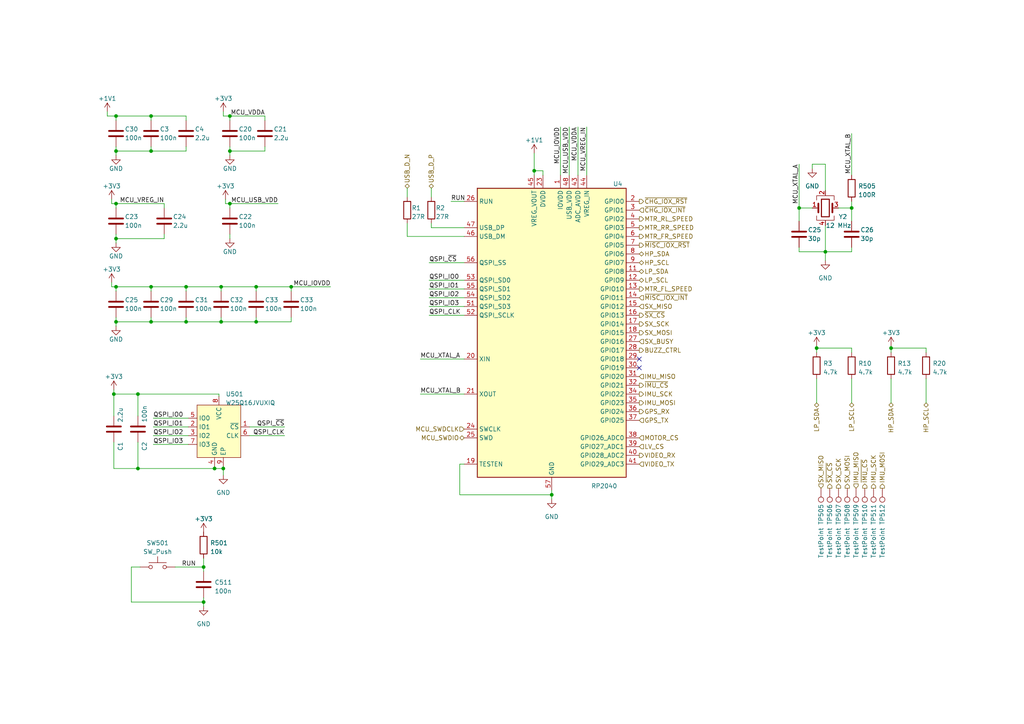
<source format=kicad_sch>
(kicad_sch (version 20230121) (generator eeschema)
  (paper "A4")
  (lib_symbols
    (symbol "Capstone:W25Q16JVUXIQ"
      (property "Reference" "U" (at 0 11.43 0))
      (property "Value" "W25Q16JVUXIQ" (at 5.08 -6.35 0))
      (symbol "W25Q16JVUXIQ_1_1"
        (rectangle (start -10.16 10.16) (end 2.54 -5.08) (fill (type background)))
        (pin input line (at 5.08 3.81 180) (length 2.54) (name "~{CS}") (number "1"))
        (pin bidirectional line (at -12.7 3.81 0) (length 2.54) (name "IO1") (number "2"))
        (pin bidirectional line (at -12.7 1.27 0) (length 2.54) (name "IO2") (number "3"))
        (pin power_in line (at -5.08 -7.62 90) (length 2.54) (name "GND") (number "4"))
        (pin bidirectional line (at -12.7 6.35 0) (length 2.54) (name "IO0") (number "5"))
        (pin input line (at 5.08 1.27 180) (length 2.54) (name "CLK") (number "6"))
        (pin bidirectional line (at -12.7 -1.27 0) (length 2.54) (name "IO3") (number "7"))
        (pin power_in line (at -3.81 12.7 270) (length 2.54) (name "VCC") (number "8"))
        (pin power_in line (at -2.54 -7.62 90) (length 2.54) (name "EP") (number "9"))
      )
    )
    (symbol "Connector:TestPoint" (pin_numbers hide) (pin_names (offset 0.762) hide)
      (property "Reference" "TP" (at 0 6.858 0))
      (property "Value" "TestPoint" (at 0 5.08 0))
      (symbol "TestPoint_0_1"
        (circle (center 0 3.302) (radius 0.762))
      )
      (symbol "TestPoint_1_1"
        (pin passive line (at 0 0 90) (length 2.54) (name "1") (number "1"))
      )
    )
    (symbol "Device:C" (pin_numbers hide) (pin_names (offset 0.254))
      (property "Reference" "C" (at 0.635 2.54 0))
      (property "Value" "C" (at 0.635 -2.54 0))
      (symbol "C_0_1"
        (polyline (pts (xy -2.032 -0.762) (xy 2.032 -0.762)) (stroke (width 0.508)))
        (polyline (pts (xy -2.032 0.762) (xy 2.032 0.762)) (stroke (width 0.508)))
      )
      (symbol "C_1_1"
        (pin passive line (at 0 3.81 270) (length 2.794) (name "~") (number "1"))
        (pin passive line (at 0 -3.81 90) (length 2.794) (name "~") (number "2"))
      )
    )
    (symbol "Device:Crystal_GND24" (pin_names (offset 1.016) hide)
      (property "Reference" "Y" (at 3.175 5.08 0))
      (property "Value" "Crystal_GND24" (at 3.175 3.175 0))
      (symbol "Crystal_GND24_0_1"
        (rectangle (start -1.143 2.54) (end 1.143 -2.54) (stroke (width 0.3048)))
        (polyline (pts (xy -2.54 0) (xy -2.032 0)))
        (polyline (pts (xy -2.032 -1.27) (xy -2.032 1.27)) (stroke (width 0.508)))
        (polyline (pts (xy 0 -3.81) (xy 0 -3.556)))
        (polyline (pts (xy 0 3.556) (xy 0 3.81)))
        (polyline (pts (xy 2.032 -1.27) (xy 2.032 1.27)) (stroke (width 0.508)))
        (polyline (pts (xy 2.032 0) (xy 2.54 0)))
        (polyline (pts (xy -2.54 -2.286) (xy -2.54 -3.556) (xy 2.54 -3.556) (xy 2.54 -2.286)))
        (polyline (pts (xy -2.54 2.286) (xy -2.54 3.556) (xy 2.54 3.556) (xy 2.54 2.286)))
      )
      (symbol "Crystal_GND24_1_1"
        (pin passive line (at -3.81 0 0) (length 1.27) (name "1") (number "1"))
        (pin passive line (at 0 5.08 270) (length 1.27) (name "2") (number "2"))
        (pin passive line (at 3.81 0 180) (length 1.27) (name "3") (number "3"))
        (pin passive line (at 0 -5.08 90) (length 1.27) (name "4") (number "4"))
      )
    )
    (symbol "Device:R" (pin_numbers hide) (pin_names (offset 0))
      (property "Reference" "R" (at 2.032 0 90))
      (property "Value" "R" (at 0 0 90))
      (symbol "R_0_1"
        (rectangle (start -1.016 -2.54) (end 1.016 2.54) (stroke (width 0.254)))
      )
      (symbol "R_1_1"
        (pin passive line (at 0 3.81 270) (length 1.27) (name "~") (number "1"))
        (pin passive line (at 0 -3.81 90) (length 1.27) (name "~") (number "2"))
      )
    )
    (symbol "MCU_RaspberryPi:RP2040"
      (property "Reference" "U" (at 17.78 45.72 0))
      (property "Value" "RP2040" (at 17.78 43.18 0))
      (symbol "RP2040_0_1"
        (rectangle (start -21.59 41.91) (end 21.59 -41.91) (stroke (width 0.254)) (fill (type background)))
      )
      (symbol "RP2040_1_1"
        (pin power_in line (at 2.54 45.72 270) (length 3.81) (name "IOVDD") (number "1"))
        (pin passive line (at 2.54 45.72 270) (length 3.81) hide (name "IOVDD") (number "10"))
        (pin bidirectional line (at 25.4 17.78 180) (length 3.81) (name "GPIO8") (number "11"))
        (pin bidirectional line (at 25.4 15.24 180) (length 3.81) (name "GPIO9") (number "12"))
        (pin bidirectional line (at 25.4 12.7 180) (length 3.81) (name "GPIO10") (number "13"))
        (pin bidirectional line (at 25.4 10.16 180) (length 3.81) (name "GPIO11") (number "14"))
        (pin bidirectional line (at 25.4 7.62 180) (length 3.81) (name "GPIO12") (number "15"))
        (pin bidirectional line (at 25.4 5.08 180) (length 3.81) (name "GPIO13") (number "16"))
        (pin bidirectional line (at 25.4 2.54 180) (length 3.81) (name "GPIO14") (number "17"))
        (pin bidirectional line (at 25.4 0 180) (length 3.81) (name "GPIO15") (number "18"))
        (pin input line (at -25.4 -38.1 0) (length 3.81) (name "TESTEN") (number "19"))
        (pin bidirectional line (at 25.4 38.1 180) (length 3.81) (name "GPIO0") (number "2"))
        (pin input line (at -25.4 -7.62 0) (length 3.81) (name "XIN") (number "20"))
        (pin passive line (at -25.4 -17.78 0) (length 3.81) (name "XOUT") (number "21"))
        (pin passive line (at 2.54 45.72 270) (length 3.81) hide (name "IOVDD") (number "22"))
        (pin power_in line (at -2.54 45.72 270) (length 3.81) (name "DVDD") (number "23"))
        (pin input line (at -25.4 -27.94 0) (length 3.81) (name "SWCLK") (number "24"))
        (pin bidirectional line (at -25.4 -30.48 0) (length 3.81) (name "SWD") (number "25"))
        (pin input line (at -25.4 38.1 0) (length 3.81) (name "RUN") (number "26"))
        (pin bidirectional line (at 25.4 -2.54 180) (length 3.81) (name "GPIO16") (number "27"))
        (pin bidirectional line (at 25.4 -5.08 180) (length 3.81) (name "GPIO17") (number "28"))
        (pin bidirectional line (at 25.4 -7.62 180) (length 3.81) (name "GPIO18") (number "29"))
        (pin bidirectional line (at 25.4 35.56 180) (length 3.81) (name "GPIO1") (number "3"))
        (pin bidirectional line (at 25.4 -10.16 180) (length 3.81) (name "GPIO19") (number "30"))
        (pin bidirectional line (at 25.4 -12.7 180) (length 3.81) (name "GPIO20") (number "31"))
        (pin bidirectional line (at 25.4 -15.24 180) (length 3.81) (name "GPIO21") (number "32"))
        (pin passive line (at 2.54 45.72 270) (length 3.81) hide (name "IOVDD") (number "33"))
        (pin bidirectional line (at 25.4 -17.78 180) (length 3.81) (name "GPIO22") (number "34"))
        (pin bidirectional line (at 25.4 -20.32 180) (length 3.81) (name "GPIO23") (number "35"))
        (pin bidirectional line (at 25.4 -22.86 180) (length 3.81) (name "GPIO24") (number "36"))
        (pin bidirectional line (at 25.4 -25.4 180) (length 3.81) (name "GPIO25") (number "37"))
        (pin bidirectional line (at 25.4 -30.48 180) (length 3.81) (name "GPIO26_ADC0") (number "38"))
        (pin bidirectional line (at 25.4 -33.02 180) (length 3.81) (name "GPIO27_ADC1") (number "39"))
        (pin bidirectional line (at 25.4 33.02 180) (length 3.81) (name "GPIO2") (number "4"))
        (pin bidirectional line (at 25.4 -35.56 180) (length 3.81) (name "GPIO28_ADC2") (number "40"))
        (pin bidirectional line (at 25.4 -38.1 180) (length 3.81) (name "GPIO29_ADC3") (number "41"))
        (pin passive line (at 2.54 45.72 270) (length 3.81) hide (name "IOVDD") (number "42"))
        (pin power_in line (at 7.62 45.72 270) (length 3.81) (name "ADC_AVDD") (number "43"))
        (pin power_in line (at 10.16 45.72 270) (length 3.81) (name "VREG_IN") (number "44"))
        (pin power_out line (at -5.08 45.72 270) (length 3.81) (name "VREG_VOUT") (number "45"))
        (pin bidirectional line (at -25.4 27.94 0) (length 3.81) (name "USB_DM") (number "46"))
        (pin bidirectional line (at -25.4 30.48 0) (length 3.81) (name "USB_DP") (number "47"))
        (pin power_in line (at 5.08 45.72 270) (length 3.81) (name "USB_VDD") (number "48"))
        (pin passive line (at 2.54 45.72 270) (length 3.81) hide (name "IOVDD") (number "49"))
        (pin bidirectional line (at 25.4 30.48 180) (length 3.81) (name "GPIO3") (number "5"))
        (pin passive line (at -2.54 45.72 270) (length 3.81) hide (name "DVDD") (number "50"))
        (pin bidirectional line (at -25.4 7.62 0) (length 3.81) (name "QSPI_SD3") (number "51"))
        (pin output line (at -25.4 5.08 0) (length 3.81) (name "QSPI_SCLK") (number "52"))
        (pin bidirectional line (at -25.4 15.24 0) (length 3.81) (name "QSPI_SD0") (number "53"))
        (pin bidirectional line (at -25.4 10.16 0) (length 3.81) (name "QSPI_SD2") (number "54"))
        (pin bidirectional line (at -25.4 12.7 0) (length 3.81) (name "QSPI_SD1") (number "55"))
        (pin bidirectional line (at -25.4 20.32 0) (length 3.81) (name "QSPI_SS") (number "56"))
        (pin power_in line (at 0 -45.72 90) (length 3.81) (name "GND") (number "57"))
        (pin bidirectional line (at 25.4 27.94 180) (length 3.81) (name "GPIO4") (number "6"))
        (pin bidirectional line (at 25.4 25.4 180) (length 3.81) (name "GPIO5") (number "7"))
        (pin bidirectional line (at 25.4 22.86 180) (length 3.81) (name "GPIO6") (number "8"))
        (pin bidirectional line (at 25.4 20.32 180) (length 3.81) (name "GPIO7") (number "9"))
      )
    )
    (symbol "Switch:SW_Push" (pin_numbers hide) (pin_names (offset 1.016) hide)
      (property "Reference" "SW" (at 1.27 2.54 0))
      (property "Value" "SW_Push" (at 0 -1.524 0))
      (symbol "SW_Push_0_1"
        (circle (center -2.032 0) (radius 0.508))
        (polyline (pts (xy 0 1.27) (xy 0 3.048)))
        (polyline (pts (xy 2.54 1.27) (xy -2.54 1.27)))
        (circle (center 2.032 0) (radius 0.508))
        (pin passive line (at -5.08 0 0) (length 2.54) (name "1") (number "1"))
        (pin passive line (at 5.08 0 180) (length 2.54) (name "2") (number "2"))
      )
    )
    (symbol "power:+1V1" (power) (pin_names (offset 0))
      (property "Value" "+1V1" (at 0 3.556 0))
      (symbol "+1V1_0_1"
        (polyline (pts (xy -0.762 1.27) (xy 0 2.54)))
        (polyline (pts (xy 0 0) (xy 0 2.54)))
        (polyline (pts (xy 0 2.54) (xy 0.762 1.27)))
      )
      (symbol "+1V1_1_1"
        (pin power_in line (at 0 0 90) (length 0) hide (name "+1V1") (number "1"))
      )
    )
    (symbol "power:+3V3" (power) (pin_names (offset 0))
      (property "Value" "+3V3" (at 0 3.556 0))
      (symbol "+3V3_0_1"
        (polyline (pts (xy -0.762 1.27) (xy 0 2.54)))
        (polyline (pts (xy 0 0) (xy 0 2.54)))
        (polyline (pts (xy 0 2.54) (xy 0.762 1.27)))
      )
      (symbol "+3V3_1_1"
        (pin power_in line (at 0 0 90) (length 0) hide (name "+3V3") (number "1"))
      )
    )
    (symbol "power:GND" (power) (pin_names (offset 0))
      (property "Value" "GND" (at 0 -3.81 0))
      (symbol "GND_0_1"
        (polyline (pts (xy 0 0) (xy 0 -1.27) (xy 1.27 -1.27) (xy 0 -2.54) (xy -1.27 -1.27) (xy 0 -1.27)))
      )
      (symbol "GND_1_1"
        (pin power_in line (at 0 0 270) (length 0) hide (name "GND") (number "1"))
      )
    )
  )
  (junction (at 247.015 60.325))
  (junction (at 33.655 33.655))
  (junction (at 64.135 93.345))
  (junction (at 236.855 100.965))
  (junction (at 66.675 43.815))
  (junction (at 59.055 164.465))
  (junction (at 74.295 83.185))
  (junction (at 33.655 93.345))
  (junction (at 74.295 93.345))
  (junction (at 239.395 73.025))
  (junction (at 66.675 33.655))
  (junction (at 66.675 59.055))
  (junction (at 33.02 114.3))
  (junction (at 84.455 83.185))
  (junction (at 33.655 43.815))
  (junction (at 40.005 135.89))
  (junction (at 53.975 83.185))
  (junction (at 231.775 60.325))
  (junction (at 53.975 93.345))
  (junction (at 59.055 174.625))
  (junction (at 64.77 135.89))
  (junction (at 160.02 143.51))
  (junction (at 62.23 135.89))
  (junction (at 43.815 43.815))
  (junction (at 33.655 83.185))
  (junction (at 258.445 100.965))
  (junction (at 33.655 59.055))
  (junction (at 154.94 49.53))
  (junction (at 43.815 83.185))
  (junction (at 40.005 114.3))
  (junction (at 43.815 93.345))
  (junction (at 33.655 69.215))
  (junction (at 43.815 33.655))
  (junction (at 64.135 83.185))
  (no_connect (at 185.42 106.68))
  (no_connect (at 185.42 104.14))
  (wire (pts (xy 64.77 135.255) (xy 64.77 135.89)))
  (wire (pts (xy 72.39 123.825) (xy 82.55 123.825)))
  (wire (pts (xy 167.64 36.83) (xy 167.64 50.8)))
  (wire (pts (xy 63.5 114.3) (xy 63.5 114.935)))
  (wire (pts (xy 32.385 81.915) (xy 32.385 83.185)))
  (wire (pts (xy 53.975 93.345) (xy 64.135 93.345)))
  (wire (pts (xy 66.675 43.815) (xy 66.675 45.085)))
  (wire (pts (xy 33.655 59.055) (xy 33.655 60.325)))
  (wire (pts (xy 66.675 33.655) (xy 66.675 34.925)))
  (wire (pts (xy 33.655 69.215) (xy 33.655 67.945)))
  (wire (pts (xy 124.46 83.82) (xy 134.62 83.82)))
  (wire (pts (xy 247.015 100.965) (xy 247.015 102.235)))
  (wire (pts (xy 43.815 93.345) (xy 43.815 92.075)))
  (wire (pts (xy 33.655 83.185) (xy 33.655 84.455)))
  (wire (pts (xy 40.005 114.3) (xy 40.005 120.65)))
  (wire (pts (xy 258.445 100.965) (xy 268.605 100.965)))
  (wire (pts (xy 162.56 36.83) (xy 162.56 50.8)))
  (wire (pts (xy 74.295 83.185) (xy 74.295 84.455)))
  (wire (pts (xy 231.775 47.625) (xy 231.775 60.325)))
  (wire (pts (xy 239.395 73.025) (xy 247.015 73.025)))
  (wire (pts (xy 247.015 109.855) (xy 247.015 116.84)))
  (wire (pts (xy 32.385 83.185) (xy 33.655 83.185)))
  (wire (pts (xy 125.095 54.61) (xy 125.095 57.15)))
  (wire (pts (xy 47.625 59.055) (xy 47.625 60.325)))
  (wire (pts (xy 154.94 49.53) (xy 154.94 44.45)))
  (wire (pts (xy 54.61 123.825) (xy 44.45 123.825)))
  (wire (pts (xy 157.48 50.8) (xy 157.48 49.53)))
  (wire (pts (xy 54.61 126.365) (xy 44.45 126.365)))
  (wire (pts (xy 54.61 121.285) (xy 44.45 121.285)))
  (wire (pts (xy 84.455 83.185) (xy 84.455 84.455)))
  (wire (pts (xy 43.815 33.655) (xy 33.655 33.655)))
  (wire (pts (xy 247.015 38.735) (xy 247.015 50.8)))
  (wire (pts (xy 66.675 43.815) (xy 66.675 42.545)))
  (wire (pts (xy 84.455 92.075) (xy 84.455 93.345)))
  (wire (pts (xy 66.675 67.945) (xy 66.675 69.215)))
  (wire (pts (xy 239.395 65.405) (xy 239.395 73.025)))
  (wire (pts (xy 66.675 43.815) (xy 76.835 43.815)))
  (wire (pts (xy 170.18 36.83) (xy 170.18 50.8)))
  (wire (pts (xy 43.815 43.815) (xy 33.655 43.815)))
  (wire (pts (xy 65.405 59.055) (xy 66.675 59.055)))
  (wire (pts (xy 33.02 114.3) (xy 33.02 120.65)))
  (wire (pts (xy 235.585 48.895) (xy 235.585 47.625)))
  (wire (pts (xy 118.11 54.61) (xy 118.11 57.15)))
  (wire (pts (xy 231.775 73.025) (xy 239.395 73.025)))
  (wire (pts (xy 33.655 94.615) (xy 33.655 93.345)))
  (wire (pts (xy 64.135 93.345) (xy 64.135 92.075)))
  (wire (pts (xy 66.675 33.655) (xy 76.835 33.655)))
  (wire (pts (xy 33.02 135.89) (xy 40.005 135.89)))
  (wire (pts (xy 239.395 73.025) (xy 239.395 75.565)))
  (wire (pts (xy 43.815 83.185) (xy 53.975 83.185)))
  (wire (pts (xy 38.1 174.625) (xy 38.1 164.465)))
  (wire (pts (xy 62.23 135.255) (xy 62.23 135.89)))
  (wire (pts (xy 236.855 100.965) (xy 236.855 102.235)))
  (wire (pts (xy 268.605 100.965) (xy 268.605 102.235)))
  (wire (pts (xy 33.655 43.815) (xy 33.655 42.545)))
  (wire (pts (xy 247.015 60.325) (xy 247.015 64.135)))
  (wire (pts (xy 33.655 69.215) (xy 47.625 69.215)))
  (wire (pts (xy 247.015 71.755) (xy 247.015 73.025)))
  (wire (pts (xy 235.585 47.625) (xy 239.395 47.625)))
  (wire (pts (xy 65.405 57.785) (xy 65.405 59.055)))
  (wire (pts (xy 33.02 113.03) (xy 33.02 114.3)))
  (wire (pts (xy 76.835 43.815) (xy 76.835 42.545)))
  (wire (pts (xy 66.675 59.055) (xy 80.645 59.055)))
  (wire (pts (xy 33.655 83.185) (xy 43.815 83.185)))
  (wire (pts (xy 134.62 68.58) (xy 118.11 68.58)))
  (wire (pts (xy 59.055 161.925) (xy 59.055 164.465)))
  (wire (pts (xy 64.135 83.185) (xy 64.135 84.455)))
  (wire (pts (xy 165.1 36.83) (xy 165.1 50.8)))
  (wire (pts (xy 62.23 135.89) (xy 64.77 135.89)))
  (wire (pts (xy 235.585 60.325) (xy 231.775 60.325)))
  (wire (pts (xy 40.005 135.89) (xy 62.23 135.89)))
  (wire (pts (xy 74.295 83.185) (xy 84.455 83.185)))
  (wire (pts (xy 31.115 33.655) (xy 33.655 33.655)))
  (wire (pts (xy 231.775 71.755) (xy 231.775 73.025)))
  (wire (pts (xy 76.835 33.655) (xy 76.835 34.925)))
  (wire (pts (xy 124.46 91.44) (xy 134.62 91.44)))
  (wire (pts (xy 33.655 69.215) (xy 33.655 70.485)))
  (wire (pts (xy 33.655 59.055) (xy 32.385 59.055)))
  (wire (pts (xy 43.815 33.655) (xy 53.975 33.655)))
  (wire (pts (xy 157.48 49.53) (xy 154.94 49.53)))
  (wire (pts (xy 160.02 143.51) (xy 160.02 144.78)))
  (wire (pts (xy 124.46 81.28) (xy 134.62 81.28)))
  (wire (pts (xy 64.77 32.385) (xy 64.77 33.655)))
  (wire (pts (xy 38.1 164.465) (xy 40.64 164.465)))
  (wire (pts (xy 53.975 92.075) (xy 53.975 93.345)))
  (wire (pts (xy 124.46 88.9) (xy 134.62 88.9)))
  (wire (pts (xy 121.92 114.3) (xy 134.62 114.3)))
  (wire (pts (xy 84.455 83.185) (xy 95.885 83.185)))
  (wire (pts (xy 247.015 58.42) (xy 247.015 60.325)))
  (wire (pts (xy 121.92 104.14) (xy 134.62 104.14)))
  (wire (pts (xy 31.115 32.385) (xy 31.115 33.655)))
  (wire (pts (xy 33.655 92.075) (xy 33.655 93.345)))
  (wire (pts (xy 243.205 60.325) (xy 247.015 60.325)))
  (wire (pts (xy 72.39 126.365) (xy 82.55 126.365)))
  (wire (pts (xy 268.605 109.855) (xy 268.605 116.84)))
  (wire (pts (xy 258.445 109.855) (xy 258.445 116.84)))
  (wire (pts (xy 84.455 93.345) (xy 74.295 93.345)))
  (wire (pts (xy 40.005 114.3) (xy 63.5 114.3)))
  (wire (pts (xy 231.775 60.325) (xy 231.775 64.135)))
  (wire (pts (xy 124.46 86.36) (xy 134.62 86.36)))
  (wire (pts (xy 74.295 93.345) (xy 74.295 92.075)))
  (wire (pts (xy 59.055 164.465) (xy 59.055 165.735)))
  (wire (pts (xy 258.445 100.33) (xy 258.445 100.965)))
  (wire (pts (xy 66.675 59.055) (xy 66.675 60.325)))
  (wire (pts (xy 33.655 33.655) (xy 33.655 34.925)))
  (wire (pts (xy 64.135 83.185) (xy 74.295 83.185)))
  (wire (pts (xy 40.005 128.27) (xy 40.005 135.89)))
  (wire (pts (xy 258.445 100.965) (xy 258.445 102.235)))
  (wire (pts (xy 43.815 83.185) (xy 43.815 84.455)))
  (wire (pts (xy 59.055 173.355) (xy 59.055 174.625)))
  (wire (pts (xy 236.855 109.855) (xy 236.855 116.84)))
  (wire (pts (xy 130.81 58.42) (xy 134.62 58.42)))
  (wire (pts (xy 236.855 100.965) (xy 247.015 100.965)))
  (wire (pts (xy 43.815 33.655) (xy 43.815 34.925)))
  (wire (pts (xy 64.77 33.655) (xy 66.675 33.655)))
  (wire (pts (xy 43.815 43.815) (xy 53.975 43.815)))
  (wire (pts (xy 124.46 76.2) (xy 134.62 76.2)))
  (wire (pts (xy 33.655 43.815) (xy 33.655 45.085)))
  (wire (pts (xy 54.61 128.905) (xy 44.45 128.905)))
  (wire (pts (xy 125.095 64.77) (xy 125.095 66.04)))
  (wire (pts (xy 32.385 59.055) (xy 32.385 57.785)))
  (wire (pts (xy 118.11 68.58) (xy 118.11 64.77)))
  (wire (pts (xy 236.855 100.33) (xy 236.855 100.965)))
  (wire (pts (xy 125.095 66.04) (xy 134.62 66.04)))
  (wire (pts (xy 53.975 93.345) (xy 43.815 93.345)))
  (wire (pts (xy 33.655 59.055) (xy 47.625 59.055)))
  (wire (pts (xy 133.35 134.62) (xy 133.35 143.51)))
  (wire (pts (xy 154.94 49.53) (xy 154.94 50.8)))
  (wire (pts (xy 50.8 164.465) (xy 59.055 164.465)))
  (wire (pts (xy 59.055 174.625) (xy 59.055 175.895)))
  (wire (pts (xy 239.395 47.625) (xy 239.395 55.245)))
  (wire (pts (xy 33.655 93.345) (xy 43.815 93.345)))
  (wire (pts (xy 47.625 69.215) (xy 47.625 67.945)))
  (wire (pts (xy 160.02 142.24) (xy 160.02 143.51)))
  (wire (pts (xy 64.135 93.345) (xy 74.295 93.345)))
  (wire (pts (xy 53.975 43.815) (xy 53.975 42.545)))
  (wire (pts (xy 43.815 43.815) (xy 43.815 42.545)))
  (wire (pts (xy 53.975 83.185) (xy 64.135 83.185)))
  (wire (pts (xy 53.975 33.655) (xy 53.975 34.925)))
  (wire (pts (xy 133.35 143.51) (xy 160.02 143.51)))
  (wire (pts (xy 53.975 83.185) (xy 53.975 84.455)))
  (wire (pts (xy 59.055 174.625) (xy 38.1 174.625)))
  (wire (pts (xy 64.77 135.89) (xy 64.77 137.795)))
  (wire (pts (xy 133.35 134.62) (xy 134.62 134.62)))
  (wire (pts (xy 33.02 128.27) (xy 33.02 135.89)))
  (wire (pts (xy 33.02 114.3) (xy 40.005 114.3)))
  (label "QSPI_CLK" (at 82.55 126.365 180))
  (label "MCU_VREG_IN" (at 47.625 59.055 180))
  (label "MCU_IOVDD" (at 162.56 36.83 270))
  (label "QSPI_IO2" (at 44.45 126.365 0))
  (label "MCU_VDDA" (at 167.64 36.83 270))
  (label "QSPI_~{CS}" (at 82.55 123.825 180))
  (label "QSPI_IO1" (at 44.45 123.825 0))
  (label "QSPI_IO2" (at 124.46 86.36 0))
  (label "MCU_IOVDD" (at 95.885 83.185 180))
  (label "MCU_XTAL_A" (at 121.92 104.14 0))
  (label "QSPI_IO0" (at 124.46 81.28 0))
  (label "QSPI_CLK" (at 124.46 91.44 0))
  (label "QSPI_IO1" (at 124.46 83.82 0))
  (label "QSPI_~{CS}" (at 124.46 76.2 0))
  (label "MCU_VREG_IN" (at 170.18 36.83 270))
  (label "RUN" (at 130.81 58.42 0))
  (label "MCU_XTAL_B" (at 121.92 114.3 0))
  (label "QSPI_IO3" (at 44.45 128.905 0))
  (label "MCU_USB_VDD" (at 165.1 36.83 270))
  (label "MCU_USB_VDD" (at 80.645 59.055 180))
  (label "MCU_VDDA" (at 76.835 33.655 180))
  (label "RUN" (at 52.705 164.465 0))
  (label "QSPI_IO3" (at 124.46 88.9 0))
  (label "QSPI_IO0" (at 44.45 121.285 0))
  (label "MCU_XTAL_A" (at 231.775 47.625 270))
  (label "MCU_XTAL_B" (at 247.015 38.735 270))
  (hierarchical_label "~{SX_CS}" (shape output) (at 185.42 91.44 0))
  (hierarchical_label "IMU_SCK" (shape output) (at 185.42 114.3 0))
  (hierarchical_label "IMU_MOSI" (shape output) (at 185.42 116.84 0))
  (hierarchical_label "VIDEO_TX" (shape input) (at 185.42 134.62 0))
  (hierarchical_label "VIDEO_RX" (shape output) (at 185.42 132.08 0))
  (hierarchical_label "LP_SCL" (shape bidirectional) (at 185.42 81.28 0))
  (hierarchical_label "~{IMU_CS}" (shape output) (at 250.825 141.605 90))
  (hierarchical_label "MTR_RR_SPEED" (shape output) (at 185.42 66.04 0))
  (hierarchical_label "MOTOR_CS" (shape input) (at 185.42 127 0))
  (hierarchical_label "HP_SDA" (shape bidirectional) (at 185.42 73.66 0))
  (hierarchical_label "MTR_FL_SPEED" (shape output) (at 185.42 83.82 0))
  (hierarchical_label "LP_SDA" (shape bidirectional) (at 185.42 78.74 0))
  (hierarchical_label "SX_MISO" (shape input) (at 185.42 88.9 0))
  (hierarchical_label "IMU_MISO" (shape input) (at 248.285 141.605 90))
  (hierarchical_label "USB_D_N" (shape bidirectional) (at 118.11 54.61 90))
  (hierarchical_label "~{MISC_IOX_RST}" (shape output) (at 185.42 71.12 0))
  (hierarchical_label "SX_MOSI" (shape output) (at 185.42 96.52 0))
  (hierarchical_label "SX_MISO" (shape input) (at 238.125 141.605 90))
  (hierarchical_label "MCU_SWDIO" (shape bidirectional) (at 134.62 127 180))
  (hierarchical_label "~{CHG_IOX_INT}" (shape input) (at 185.42 60.96 0))
  (hierarchical_label "~{IMU_CS}" (shape output) (at 185.42 111.76 0))
  (hierarchical_label "HP_SCL" (shape bidirectional) (at 185.42 76.2 0))
  (hierarchical_label "~{MISC_IOX_INT}" (shape input) (at 185.42 86.36 0))
  (hierarchical_label "IMU_MOSI" (shape output) (at 255.905 141.605 90))
  (hierarchical_label "HP_SDA" (shape bidirectional) (at 258.445 116.84 270))
  (hierarchical_label "SX_BUSY" (shape input) (at 185.42 99.06 0))
  (hierarchical_label "SX_SCK" (shape output) (at 185.42 93.98 0))
  (hierarchical_label "MTR_RL_SPEED" (shape output) (at 185.42 63.5 0))
  (hierarchical_label "MTR_FR_SPEED" (shape output) (at 185.42 68.58 0))
  (hierarchical_label "MCU_SWDCLK" (shape input) (at 134.62 124.46 180))
  (hierarchical_label "GPS_RX" (shape output) (at 185.42 119.38 0))
  (hierarchical_label "LV_CS" (shape input) (at 185.42 129.54 0))
  (hierarchical_label "LP_SDA" (shape bidirectional) (at 236.855 116.84 270))
  (hierarchical_label "BUZZ_CTRL" (shape output) (at 185.42 101.6 0))
  (hierarchical_label "IMU_MISO" (shape input) (at 185.42 109.22 0))
  (hierarchical_label "HP_SCL" (shape bidirectional) (at 268.605 116.84 270))
  (hierarchical_label "LP_SCL" (shape bidirectional) (at 247.015 116.84 270))
  (hierarchical_label "USB_D_P" (shape bidirectional) (at 125.095 54.61 90))
  (hierarchical_label "~{SX_CS}" (shape output) (at 240.665 141.605 90))
  (hierarchical_label "SX_MOSI" (shape output) (at 245.745 141.605 90))
  (hierarchical_label "~{CHG_IOX_RST}" (shape output) (at 185.42 58.42 0))
  (hierarchical_label "IMU_SCK" (shape output) (at 253.365 141.605 90))
  (hierarchical_label "SX_SCK" (shape output) (at 243.205 141.605 90))
  (hierarchical_label "GPS_TX" (shape input) (at 185.42 121.92 0))
  (symbol (lib_id "Device:R") (at 236.855 106.045 0) (unit 1)
    (property "Reference" "R3" (at 238.76 105.41 0) (effects (justify left)))
    (property "Value" "4.7k" (at 238.76 107.95 0) (effects (justify left)))
    (property "Footprint" "Resistor_SMD:R_0402_1005Metric" (effects hide))
    (instances (project "low-power" (path "" (reference "R3") (unit 1)) (path "" (reference "R504") (unit 1))))
  )
  (symbol (lib_id "Connector:TestPoint") (at 240.665 141.605 180) (unit 1)
    (property "Reference" "TP506" (at 240.665 149.225 90))
    (property "Value" "TestPoint" (at 240.665 157.48 90))
    (property "Footprint" "TestPoint:TestPoint_Pad_D1.0mm" (effects hide))
  )
  (symbol (lib_id "Device:R") (at 247.015 106.045 0) (unit 1)
    (property "Reference" "R10" (at 248.92 105.41 0) (effects (justify left)))
    (property "Value" "4.7k" (at 248.92 107.95 0) (effects (justify left)))
    (property "Footprint" "Resistor_SMD:R_0402_1005Metric" (effects hide))
    (instances (project "low-power" (path "" (reference "R10") (unit 1)) (path "" (reference "R506") (unit 1))))
  )
  (symbol (lib_id "Switch:SW_Push") (at 45.72 164.465 0) (unit 1)
    (property "Reference" "SW501" (at 45.72 157.48 0))
    (property "Value" "SW_Push" (at 45.72 160.02 0))
    (property "Footprint" "capstone:R-668048" (effects hide))
  )
  (symbol (lib_id "Connector:TestPoint") (at 250.825 141.605 180) (unit 1)
    (property "Reference" "TP510" (at 250.825 149.225 90))
    (property "Value" "TestPoint" (at 250.825 157.48 90))
    (property "Footprint" "TestPoint:TestPoint_Pad_D1.0mm" (effects hide))
  )
  (symbol (lib_id "power:GND") (at 64.77 137.795 0) (unit 1)
    (property "Reference" "#PWR01" (effects hide))
    (property "Value" "GND" (at 64.77 142.875 0))
    (instances (project "nova-hw" (path "" (reference "#PWR01") (unit 1))) (project "low-power" (path "" (reference "#PWR038") (unit 1)) (path "" (reference "#PWR0511") (unit 1))))
  )
  (symbol (lib_id "power:GND") (at 59.055 175.895 0) (unit 1)
    (property "Reference" "#PWR0509" (effects hide))
    (property "Value" "GND" (at 59.055 180.975 0))
  )
  (symbol (lib_id "Device:C") (at 33.655 88.265 0) (unit 1)
    (property "Reference" "C25" (at 36.195 86.995 0) (effects (justify left)))
    (property "Value" "100n" (at 36.195 89.535 0) (effects (justify left)))
    (property "Footprint" "Capacitor_SMD:C_0201_0603Metric" (effects hide))
    (instances (project "nova-hw" (path "" (reference "C25") (unit 1))) (project "low-power" (path "" (reference "C29") (unit 1)) (path "" (reference "C504") (unit 1))))
  )
  (symbol (lib_id "Device:C") (at 74.295 88.265 0) (unit 1)
    (property "Reference" "C33" (at 76.835 86.995 0) (effects (justify left)))
    (property "Value" "100n" (at 76.835 89.535 0) (effects (justify left)))
    (property "Footprint" "Capacitor_SMD:C_0201_0603Metric" (effects hide))
    (instances (project "nova-hw" (path "" (reference "C33") (unit 1))) (project "low-power" (path "" (reference "C38") (unit 1)) (path "" (reference "C515") (unit 1))))
  )
  (symbol (lib_id "Connector:TestPoint") (at 243.205 141.605 180) (unit 1)
    (property "Reference" "TP507" (at 243.205 149.225 90))
    (property "Value" "TestPoint" (at 243.205 157.48 90))
    (property "Footprint" "TestPoint:TestPoint_Pad_D1.0mm" (effects hide))
  )
  (symbol (lib_id "Capstone:W25Q16JVUXIQ") (at 67.31 127.635 0) (unit 1)
    (property "Reference" "U501" (at 65.4559 114.3 0) (effects (justify left)))
    (property "Value" "W25Q16JVUXIQ" (at 65.4559 116.84 0) (effects (justify left)))
    (property "Footprint" "capstone:IC_W25Q16JVUXIQ_TR" (effects hide))
  )
  (symbol (lib_id "power:GND") (at 239.395 75.565 0) (unit 1)
    (property "Reference" "#PWR015" (effects hide))
    (property "Value" "GND" (at 239.395 80.645 0))
    (instances (project "low-power" (path "" (reference "#PWR015") (unit 1)) (path "" (reference "#PWR0519") (unit 1))))
  )
  (symbol (lib_id "Device:C") (at 76.835 38.735 0) (unit 1)
    (property "Reference" "C21" (at 79.375 37.465 0) (effects (justify left)))
    (property "Value" "2.2u" (at 79.375 40.005 0) (effects (justify left)))
    (property "Footprint" "Capacitor_SMD:C_0402_1005Metric" (effects hide))
    (instances (project "nova-hw" (path "" (reference "C21") (unit 1))) (project "low-power" (path "" (reference "C39") (unit 1)) (path "" (reference "C516") (unit 1))))
  )
  (symbol (lib_id "power:+3V3") (at 65.405 57.785 0) (unit 1)
    (property "Reference" "#PWR019" (effects hide))
    (property "Value" "+3V3" (at 65.405 53.975 0))
    (instances (project "low-power" (path "" (reference "#PWR019") (unit 1)) (path "" (reference "#PWR0512") (unit 1))))
  )
  (symbol (lib_id "power:+1V1") (at 31.115 32.385 0) (unit 1)
    (property "Reference" "#PWR039" (effects hide))
    (property "Value" "+1V1" (at 31.115 28.575 0))
    (instances (project "nova-hw" (path "" (reference "#PWR039") (unit 1))) (project "low-power" (path "" (reference "#PWR017") (unit 1)) (path "" (reference "#PWR0501") (unit 1))))
  )
  (symbol (lib_id "Connector:TestPoint") (at 245.745 141.605 180) (unit 1)
    (property "Reference" "TP508" (at 245.745 149.225 90))
    (property "Value" "TestPoint" (at 245.745 157.48 90))
    (property "Footprint" "TestPoint:TestPoint_Pad_D1.0mm" (effects hide))
  )
  (symbol (lib_id "power:+3V3") (at 32.385 81.915 0) (unit 1)
    (property "Reference" "#PWR024" (effects hide))
    (property "Value" "+3V3" (at 32.385 78.105 0))
    (instances (project "low-power" (path "" (reference "#PWR024") (unit 1)) (path "" (reference "#PWR0503") (unit 1))))
  )
  (symbol (lib_id "power:GND") (at 66.675 45.085 0) (unit 1)
    (property "Reference" "#PWR021" (effects hide))
    (property "Value" "GND" (at 66.675 48.895 0))
    (instances (project "nova-hw" (path "" (reference "#PWR021") (unit 1))) (project "low-power" (path "" (reference "#PWR026") (unit 1)) (path "" (reference "#PWR0513") (unit 1))))
  )
  (symbol (lib_id "Device:R") (at 258.445 106.045 0) (unit 1)
    (property "Reference" "R13" (at 260.35 105.41 0) (effects (justify left)))
    (property "Value" "4.7k" (at 260.35 107.95 0) (effects (justify left)))
    (property "Footprint" "Resistor_SMD:R_0402_1005Metric" (effects hide))
    (instances (project "low-power" (path "" (reference "R13") (unit 1)) (path "" (reference "R507") (unit 1))))
  )
  (symbol (lib_id "power:+3V3") (at 32.385 57.785 0) (unit 1)
    (property "Reference" "#PWR018" (effects hide))
    (property "Value" "+3V3" (at 32.385 53.975 0))
    (instances (project "low-power" (path "" (reference "#PWR018") (unit 1)) (path "" (reference "#PWR0502") (unit 1))))
  )
  (symbol (lib_id "Device:R") (at 247.015 54.61 0) (unit 1)
    (property "Reference" "R505" (at 248.92 53.975 0) (effects (justify left)))
    (property "Value" "100R" (at 248.92 56.515 0) (effects (justify left)))
    (property "Footprint" "Resistor_SMD:R_0201_0603Metric" (effects hide))
  )
  (symbol (lib_id "power:GND") (at 66.675 69.215 0) (unit 1)
    (property "Reference" "#PWR025" (effects hide))
    (property "Value" "GND" (at 66.675 73.025 0))
    (instances (project "nova-hw" (path "" (reference "#PWR025") (unit 1))) (project "low-power" (path "" (reference "#PWR027") (unit 1)) (path "" (reference "#PWR0514") (unit 1))))
  )
  (symbol (lib_id "Device:C") (at 43.815 88.265 0) (unit 1)
    (property "Reference" "C29" (at 46.355 86.995 0) (effects (justify left)))
    (property "Value" "100n" (at 46.355 89.535 0) (effects (justify left)))
    (property "Footprint" "Capacitor_SMD:C_0201_0603Metric" (effects hide))
    (instances (project "nova-hw" (path "" (reference "C29") (unit 1))) (project "low-power" (path "" (reference "C31") (unit 1)) (path "" (reference "C507") (unit 1))))
  )
  (symbol (lib_id "power:GND") (at 33.655 45.085 0) (unit 1)
    (property "Reference" "#PWR020" (effects hide))
    (property "Value" "GND" (at 33.655 48.895 0))
    (instances (project "nova-hw" (path "" (reference "#PWR020") (unit 1))) (project "low-power" (path "" (reference "#PWR020") (unit 1)) (path "" (reference "#PWR0505") (unit 1))))
  )
  (symbol (lib_id "Device:C") (at 40.005 124.46 0) (unit 1)
    (property "Reference" "C2" (at 41.91 130.81 90) (effects (justify left)))
    (property "Value" "100n" (at 41.91 122.555 90) (effects (justify left)))
    (property "Footprint" "Capacitor_SMD:C_0201_0603Metric" (effects hide))
    (instances (project "nova-hw" (path "" (reference "C2") (unit 1))) (project "low-power" (path "" (reference "C52") (unit 1)) (path "" (reference "C505") (unit 1))))
  )
  (symbol (lib_id "Device:C") (at 59.055 169.545 0) (unit 1)
    (property "Reference" "C511" (at 62.23 168.91 0) (effects (justify left)))
    (property "Value" "100n" (at 62.23 171.45 0) (effects (justify left)))
    (property "Footprint" "Capacitor_SMD:C_0201_0603Metric" (effects hide))
  )
  (symbol (lib_id "power:GND") (at 235.585 48.895 0) (unit 1)
    (property "Reference" "#PWR014" (effects hide))
    (property "Value" "GND" (at 235.585 53.975 0))
    (instances (project "low-power" (path "" (reference "#PWR014") (unit 1)) (path "" (reference "#PWR0517") (unit 1))))
  )
  (symbol (lib_id "Device:R") (at 118.11 60.96 0) (unit 1)
    (property "Reference" "R1" (at 119.38 60.325 0) (effects (justify left)))
    (property "Value" "27R" (at 119.38 62.865 0) (effects (justify left)))
    (property "Footprint" "Resistor_SMD:R_0201_0603Metric" (effects hide))
    (instances (project "nova-hw" (path "" (reference "R1") (unit 1))) (project "low-power" (path "" (reference "R11") (unit 1)) (path "" (reference "R502") (unit 1))))
  )
  (symbol (lib_id "Device:C") (at 231.775 67.945 0) (unit 1)
    (property "Reference" "C25" (at 234.315 66.675 0) (effects (justify left)))
    (property "Value" "30p" (at 234.315 69.215 0) (effects (justify left)))
    (property "Footprint" "Capacitor_SMD:C_0201_0603Metric" (effects hide))
    (instances (project "low-power" (path "" (reference "C25") (unit 1)) (path "" (reference "C518") (unit 1))))
  )
  (symbol (lib_id "Device:C") (at 53.975 38.735 0) (unit 1)
    (property "Reference" "C4" (at 56.515 37.465 0) (effects (justify left)))
    (property "Value" "2.2u" (at 56.515 40.005 0) (effects (justify left)))
    (property "Footprint" "Capacitor_SMD:C_0402_1005Metric" (effects hide))
    (instances (project "nova-hw" (path "" (reference "C4") (unit 1))) (project "low-power" (path "" (reference "C33") (unit 1)) (path "" (reference "C509") (unit 1))))
  )
  (symbol (lib_id "power:+3V3") (at 64.77 32.385 0) (unit 1)
    (property "Reference" "#PWR025" (effects hide))
    (property "Value" "+3V3" (at 64.77 28.575 0))
    (instances (project "low-power" (path "" (reference "#PWR025") (unit 1)) (path "" (reference "#PWR0510") (unit 1))))
  )
  (symbol (lib_id "Device:C") (at 53.975 88.265 0) (unit 1)
    (property "Reference" "C31" (at 56.515 86.995 0) (effects (justify left)))
    (property "Value" "100n" (at 56.515 89.535 0) (effects (justify left)))
    (property "Footprint" "Capacitor_SMD:C_0201_0603Metric" (effects hide))
    (instances (project "nova-hw" (path "" (reference "C31") (unit 1))) (project "low-power" (path "" (reference "C34") (unit 1)) (path "" (reference "C510") (unit 1))))
  )
  (symbol (lib_id "power:GND") (at 160.02 144.78 0) (unit 1)
    (property "Reference" "#PWR016" (effects hide))
    (property "Value" "GND" (at 160.02 149.86 0))
    (instances (project "low-power" (path "" (reference "#PWR016") (unit 1)) (path "" (reference "#PWR0516") (unit 1))))
  )
  (symbol (lib_id "power:+3V3") (at 33.02 113.03 0) (unit 1)
    (property "Reference" "#PWR037" (effects hide))
    (property "Value" "+3V3" (at 33.02 109.22 0))
    (instances (project "low-power" (path "" (reference "#PWR037") (unit 1)) (path "" (reference "#PWR0504") (unit 1))))
  )
  (symbol (lib_id "Device:C") (at 64.135 88.265 0) (unit 1)
    (property "Reference" "C32" (at 66.675 86.995 0) (effects (justify left)))
    (property "Value" "100n" (at 66.675 89.535 0) (effects (justify left)))
    (property "Footprint" "Capacitor_SMD:C_0201_0603Metric" (effects hide))
    (instances (project "nova-hw" (path "" (reference "C32") (unit 1))) (project "low-power" (path "" (reference "C35") (unit 1)) (path "" (reference "C512") (unit 1))))
  )
  (symbol (lib_id "Device:R") (at 59.055 158.115 0) (unit 1)
    (property "Reference" "R501" (at 60.96 157.48 0) (effects (justify left)))
    (property "Value" "10k" (at 60.96 160.02 0) (effects (justify left)))
    (property "Footprint" "Resistor_SMD:R_0201_0603Metric" (effects hide))
  )
  (symbol (lib_id "Device:C") (at 66.675 38.735 0) (unit 1)
    (property "Reference" "C20" (at 69.215 37.465 0) (effects (justify left)))
    (property "Value" "100n" (at 69.215 40.005 0) (effects (justify left)))
    (property "Footprint" "Capacitor_SMD:C_0201_0603Metric" (effects hide))
    (instances (project "nova-hw" (path "" (reference "C20") (unit 1))) (project "low-power" (path "" (reference "C36") (unit 1)) (path "" (reference "C513") (unit 1))))
  )
  (symbol (lib_id "Device:C") (at 33.02 124.46 0) (unit 1)
    (property "Reference" "C1" (at 34.925 130.81 90) (effects (justify left)))
    (property "Value" "2.2u" (at 34.925 122.555 90) (effects (justify left)))
    (property "Footprint" "Capacitor_SMD:C_0402_1005Metric" (effects hide))
    (instances (project "nova-hw" (path "" (reference "C1") (unit 1))) (project "low-power" (path "" (reference "C51") (unit 1)) (path "" (reference "C501") (unit 1))))
  )
  (symbol (lib_id "MCU_RaspberryPi:RP2040") (at 160.02 96.52 0) (unit 1)
    (property "Reference" "U4" (at 177.8 53.34 0) (effects (justify left)))
    (property "Value" "RP2040" (at 171.45 140.97 0) (effects (justify left)))
    (property "Footprint" "Package_DFN_QFN:QFN-56-1EP_7x7mm_P0.4mm_EP3.2x3.2mm" (effects hide))
    (property "Datasheet" "https://datasheets.raspberrypi.com/rp2040/rp2040-datasheet.pdf" (effects hide))
    (instances (project "low-power" (path "" (reference "U4") (unit 1)) (path "" (reference "U502") (unit 1))))
  )
  (symbol (lib_id "power:GND") (at 33.655 94.615 0) (unit 1)
    (property "Reference" "#PWR027" (effects hide))
    (property "Value" "GND" (at 33.655 98.425 0))
    (instances (project "nova-hw" (path "" (reference "#PWR027") (unit 1))) (project "low-power" (path "" (reference "#PWR022") (unit 1)) (path "" (reference "#PWR0507") (unit 1))))
  )
  (symbol (lib_id "Device:C") (at 43.815 38.735 0) (unit 1)
    (property "Reference" "C3" (at 46.355 37.465 0) (effects (justify left)))
    (property "Value" "100n" (at 46.355 40.005 0) (effects (justify left)))
    (property "Footprint" "Capacitor_SMD:C_0201_0603Metric" (effects hide))
    (instances (project "nova-hw" (path "" (reference "C3") (unit 1))) (project "low-power" (path "" (reference "C30") (unit 1)) (path "" (reference "C506") (unit 1))))
  )
  (symbol (lib_id "power:+3V3") (at 59.055 154.305 0) (unit 1)
    (property "Reference" "#PWR0508" (effects hide))
    (property "Value" "+3V3" (at 59.055 150.495 0))
  )
  (symbol (lib_id "Device:C") (at 33.655 64.135 0) (unit 1)
    (property "Reference" "C23" (at 36.195 62.865 0) (effects (justify left)))
    (property "Value" "100n" (at 36.195 65.405 0) (effects (justify left)))
    (property "Footprint" "Capacitor_SMD:C_0201_0603Metric" (effects hide))
    (instances (project "nova-hw" (path "" (reference "C23") (unit 1))) (project "low-power" (path "" (reference "C28") (unit 1)) (path "" (reference "C503") (unit 1))))
  )
  (symbol (lib_id "power:+1V1") (at 154.94 44.45 0) (unit 1)
    (property "Reference" "#PWR032" (effects hide))
    (property "Value" "+1V1" (at 154.94 40.64 0))
    (instances (project "nova-hw" (path "" (reference "#PWR032") (unit 1))) (project "low-power" (path "" (reference "#PWR023") (unit 1)) (path "" (reference "#PWR0515") (unit 1))))
  )
  (symbol (lib_id "Device:C") (at 247.015 67.945 0) (unit 1)
    (property "Reference" "C26" (at 249.555 66.675 0) (effects (justify left)))
    (property "Value" "30p" (at 249.555 69.215 0) (effects (justify left)))
    (property "Footprint" "Capacitor_SMD:C_0201_0603Metric" (effects hide))
    (instances (project "low-power" (path "" (reference "C26") (unit 1)) (path "" (reference "C519") (unit 1))))
  )
  (symbol (lib_id "Device:C") (at 66.675 64.135 0) (unit 1)
    (property "Reference" "C22" (at 69.215 62.865 0) (effects (justify left)))
    (property "Value" "100n" (at 69.215 65.405 0) (effects (justify left)))
    (property "Footprint" "Capacitor_SMD:C_0201_0603Metric" (effects hide))
    (instances (project "nova-hw" (path "" (reference "C22") (unit 1))) (project "low-power" (path "" (reference "C37") (unit 1)) (path "" (reference "C514") (unit 1))))
  )
  (symbol (lib_id "Device:C") (at 47.625 64.135 0) (unit 1)
    (property "Reference" "C24" (at 50.165 62.865 0) (effects (justify left)))
    (property "Value" "2.2u" (at 50.165 65.405 0) (effects (justify left)))
    (property "Footprint" "Capacitor_SMD:C_0402_1005Metric" (effects hide))
    (instances (project "nova-hw" (path "" (reference "C24") (unit 1))) (project "low-power" (path "" (reference "C32") (unit 1)) (path "" (reference "C508") (unit 1))))
  )
  (symbol (lib_id "power:+3V3") (at 236.855 100.33 0) (unit 1)
    (property "Reference" "#PWR052" (effects hide))
    (property "Value" "+3V3" (at 236.855 96.52 0))
    (instances (project "low-power" (path "" (reference "#PWR052") (unit 1)) (path "" (reference "#PWR0518") (unit 1))))
  )
  (symbol (lib_id "power:+3V3") (at 258.445 100.33 0) (unit 1)
    (property "Reference" "#PWR053" (effects hide))
    (property "Value" "+3V3" (at 258.445 96.52 0))
    (instances (project "low-power" (path "" (reference "#PWR053") (unit 1)) (path "" (reference "#PWR0520") (unit 1))))
  )
  (symbol (lib_id "Device:C") (at 33.655 38.735 0) (unit 1)
    (property "Reference" "C30" (at 36.195 37.465 0) (effects (justify left)))
    (property "Value" "100n" (at 36.195 40.005 0) (effects (justify left)))
    (property "Footprint" "Capacitor_SMD:C_0201_0603Metric" (effects hide))
    (instances (project "nova-hw" (path "" (reference "C30") (unit 1))) (project "low-power" (path "" (reference "C27") (unit 1)) (path "" (reference "C502") (unit 1))))
  )
  (symbol (lib_id "Connector:TestPoint") (at 248.285 141.605 180) (unit 1)
    (property "Reference" "TP509" (at 248.285 149.225 90))
    (property "Value" "TestPoint" (at 248.285 157.48 90))
    (property "Footprint" "TestPoint:TestPoint_Pad_D1.0mm" (effects hide))
  )
  (symbol (lib_id "Device:Crystal_GND24") (at 239.395 60.325 0) (unit 1)
    (property "Reference" "Y2" (at 244.475 62.865 0))
    (property "Value" "12 MHz" (at 243.205 65.405 0))
    (property "Footprint" "capstone:SMD_2MSB4SI_YXC" (effects hide))
    (instances (project "low-power" (path "" (reference "Y2") (unit 1)) (path "" (reference "Y501") (unit 1))))
  )
  (symbol (lib_id "Connector:TestPoint") (at 253.365 141.605 180) (unit 1)
    (property "Reference" "TP511" (at 253.365 149.225 90))
    (property "Value" "TestPoint" (at 253.365 157.48 90))
    (property "Footprint" "TestPoint:TestPoint_Pad_D1.0mm" (effects hide))
  )
  (symbol (lib_id "power:GND") (at 33.655 70.485 0) (unit 1)
    (property "Reference" "#PWR019" (effects hide))
    (property "Value" "GND" (at 33.655 74.295 0))
    (instances (project "nova-hw" (path "" (reference "#PWR019") (unit 1))) (project "low-power" (path "" (reference "#PWR021") (unit 1)) (path "" (reference "#PWR0506") (unit 1))))
  )
  (symbol (lib_id "Connector:TestPoint") (at 255.905 141.605 180) (unit 1)
    (property "Reference" "TP512" (at 255.905 149.225 90))
    (property "Value" "TestPoint" (at 255.905 157.48 90))
    (property "Footprint" "TestPoint:TestPoint_Pad_D1.0mm" (effects hide))
  )
  (symbol (lib_id "Device:R") (at 125.095 60.96 0) (unit 1)
    (property "Reference" "R2" (at 126.365 60.325 0) (effects (justify left)))
    (property "Value" "27R" (at 126.365 62.865 0) (effects (justify left)))
    (property "Footprint" "Resistor_SMD:R_0201_0603Metric" (effects hide))
    (instances (project "nova-hw" (path "" (reference "R2") (unit 1))) (project "low-power" (path "" (reference "R12") (unit 1)) (path "" (reference "R503") (unit 1))))
  )
  (symbol (lib_id "Connector:TestPoint") (at 238.125 141.605 180) (unit 1)
    (property "Reference" "TP505" (at 238.125 149.225 90))
    (property "Value" "TestPoint" (at 238.125 157.48 90))
    (property "Footprint" "TestPoint:TestPoint_Pad_D1.0mm" (effects hide))
  )
  (symbol (lib_id "Device:C") (at 84.455 88.265 0) (unit 1)
    (property "Reference" "C33" (at 86.995 86.995 0) (effects (justify left)))
    (property "Value" "100n" (at 86.995 89.535 0) (effects (justify left)))
    (property "Footprint" "Capacitor_SMD:C_0201_0603Metric" (effects hide))
    (instances (project "nova-hw" (path "" (reference "C33") (unit 1))) (project "low-power" (path "" (reference "C38") (unit 1)) (path "" (reference "C517") (unit 1))))
  )
  (symbol (lib_id "Device:R") (at 268.605 106.045 0) (unit 1)
    (property "Reference" "R20" (at 270.51 105.41 0) (effects (justify left)))
    (property "Value" "4.7k" (at 270.51 107.95 0) (effects (justify left)))
    (property "Footprint" "Resistor_SMD:R_0402_1005Metric" (effects hide))
    (instances (project "low-power" (path "" (reference "R20") (unit 1)) (path "" (reference "R508") (unit 1))))
  )
)
</source>
